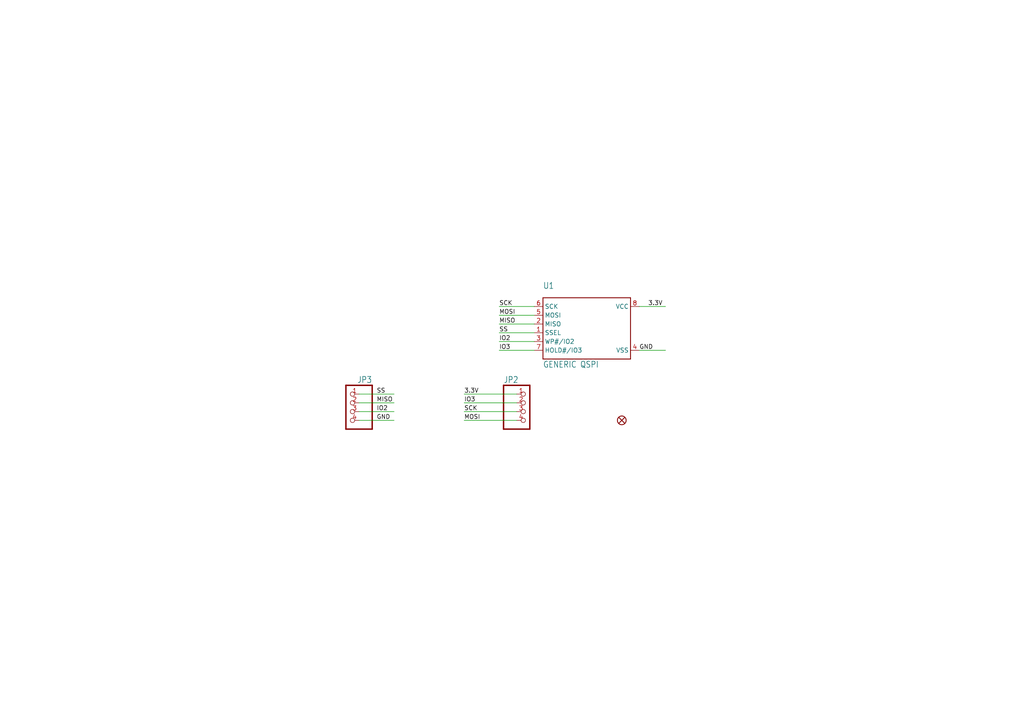
<source format=kicad_sch>
(kicad_sch (version 20230121) (generator eeschema)
  (paper "A4")
  (lib_symbols
    (symbol "working-eagle-import:FIDUCIAL_1MM"
      (symbol "FIDUCIAL_1MM_1_0"
        (polyline (pts (xy -0.762 0.762) (xy 0.762 -0.762)) (stroke (width 0.254)))
        (polyline (pts (xy 0.762 0.762) (xy -0.762 -0.762)) (stroke (width 0.254)))
        (circle (center 0 0) (radius 1.27) (stroke (width 0.254)))
      )
    )
    (symbol "working-eagle-import:HEADER-1X476MIL"
      (property "Reference" "JP" (at -6.35 8.255 0))
      (symbol "HEADER-1X476MIL_1_0"
        (polyline (pts (xy -6.35 -5.08) (xy 1.27 -5.08)) (stroke (width 0.4064)))
        (polyline (pts (xy -6.35 7.62) (xy -6.35 -5.08)) (stroke (width 0.4064)))
        (polyline (pts (xy 1.27 -5.08) (xy 1.27 7.62)) (stroke (width 0.4064)))
        (polyline (pts (xy 1.27 7.62) (xy -6.35 7.62)) (stroke (width 0.4064)))
        (pin passive inverted (at -2.54 5.08 0) (length 2.54) (name "1") (number "1"))
        (pin passive inverted (at -2.54 2.54 0) (length 2.54) (name "2") (number "2"))
        (pin passive inverted (at -2.54 0 0) (length 2.54) (name "3") (number "3"))
        (pin passive inverted (at -2.54 -2.54 0) (length 2.54) (name "4") (number "4"))
      )
    )
    (symbol "working-eagle-import:SPIFLASH_8PIN208MIL"
      (property "Reference" "U" (at -12.7 12.7 0))
      (symbol "SPIFLASH_8PIN208MIL_1_0"
        (polyline (pts (xy -12.7 -7.62) (xy -12.7 10.16)) (stroke (width 0.254)))
        (polyline (pts (xy -12.7 10.16) (xy 12.7 10.16)) (stroke (width 0.254)))
        (polyline (pts (xy 12.7 -7.62) (xy -12.7 -7.62)) (stroke (width 0.254)))
        (polyline (pts (xy 12.7 10.16) (xy 12.7 -7.62)) (stroke (width 0.254)))
        (pin bidirectional line (at -15.24 0 0) (length 2.54) (name "SSEL") (number "1"))
        (pin bidirectional line (at -15.24 2.54 0) (length 2.54) (name "MISO") (number "2"))
        (pin bidirectional line (at -15.24 -2.54 0) (length 2.54) (name "WP#/IO2") (number "3"))
        (pin bidirectional line (at 15.24 -5.08 180) (length 2.54) (name "VSS") (number "4"))
        (pin bidirectional line (at -15.24 5.08 0) (length 2.54) (name "MOSI") (number "5"))
        (pin bidirectional line (at -15.24 7.62 0) (length 2.54) (name "SCK") (number "6"))
        (pin bidirectional line (at -15.24 -5.08 0) (length 2.54) (name "HOLD#/IO3") (number "7"))
        (pin bidirectional line (at 15.24 7.62 180) (length 2.54) (name "VCC") (number "8"))
      )
    )
  )
  (wire (pts (xy 104.14 119.38) (xy 114.3 119.38)) (stroke (width 0.1524)))
  (wire (pts (xy 144.78 91.44) (xy 154.94 91.44)) (stroke (width 0.1524)))
  (wire (pts (xy 185.42 101.6) (xy 193.04 101.6)) (stroke (width 0.1524)))
  (wire (pts (xy 154.94 99.06) (xy 144.78 99.06)) (stroke (width 0.1524)))
  (wire (pts (xy 144.78 101.6) (xy 154.94 101.6)) (stroke (width 0.1524)))
  (wire (pts (xy 134.62 121.92) (xy 149.86 121.92)) (stroke (width 0.1524)))
  (wire (pts (xy 144.78 96.52) (xy 154.94 96.52)) (stroke (width 0.1524)))
  (wire (pts (xy 134.62 119.38) (xy 149.86 119.38)) (stroke (width 0.1524)))
  (wire (pts (xy 134.62 114.3) (xy 149.86 114.3)) (stroke (width 0.1524)))
  (wire (pts (xy 114.3 121.92) (xy 104.14 121.92)) (stroke (width 0.1524)))
  (wire (pts (xy 114.3 116.84) (xy 104.14 116.84)) (stroke (width 0.1524)))
  (wire (pts (xy 154.94 88.9) (xy 144.78 88.9)) (stroke (width 0.1524)))
  (wire (pts (xy 104.14 114.3) (xy 114.3 114.3)) (stroke (width 0.1524)))
  (wire (pts (xy 154.94 93.98) (xy 144.78 93.98)) (stroke (width 0.1524)))
  (wire (pts (xy 134.62 116.84) (xy 149.86 116.84)) (stroke (width 0.1524)))
  (wire (pts (xy 185.42 88.9) (xy 193.04 88.9)) (stroke (width 0.1524)))
  (label "GND" (at 185.42 101.6 0) (effects (font (size 1.2446 1.2446))))
  (label "SCK" (at 134.62 119.38 0) (effects (font (size 1.2446 1.2446))))
  (label "3.3V" (at 187.96 88.9 0) (effects (font (size 1.2446 1.2446))))
  (label "3.3V" (at 134.62 114.3 0) (effects (font (size 1.2446 1.2446))))
  (label "IO2" (at 144.78 99.06 0) (effects (font (size 1.2446 1.2446))))
  (label "GND" (at 109.22 121.92 0) (effects (font (size 1.2446 1.2446))))
  (label "IO3" (at 144.78 101.6 0) (effects (font (size 1.2446 1.2446))))
  (label "MOSI" (at 134.62 121.92 0) (effects (font (size 1.2446 1.2446))))
  (label "MOSI" (at 144.78 91.44 0) (effects (font (size 1.2446 1.2446))))
  (label "MISO" (at 109.22 116.84 0) (effects (font (size 1.2446 1.2446))))
  (label "SS" (at 144.78 96.52 0) (effects (font (size 1.2446 1.2446))))
  (label "IO2" (at 109.22 119.38 0) (effects (font (size 1.2446 1.2446))))
  (label "SCK" (at 144.78 88.9 0) (effects (font (size 1.2446 1.2446))))
  (label "MISO" (at 144.78 93.98 0) (effects (font (size 1.2446 1.2446))))
  (label "SS" (at 109.22 114.3 0) (effects (font (size 1.2446 1.2446))))
  (label "IO3" (at 134.62 116.84 0) (effects (font (size 1.2446 1.2446))))
  (symbol (lib_id "working-eagle-import:HEADER-1X476MIL") (at 152.4 119.38 0) (unit 1)
    (property "Reference" "JP2" (at 146.05 111.125 0) (effects (font (size 1.778 1.5113)) (justify left bottom)))
    (property "Value" "HEADER-1X476MIL" (effects hide))
    (property "Footprint" "working:1X04_ROUND_76" (effects hide))
  )
  (symbol (lib_id "working-eagle-import:HEADER-1X476MIL") (at 101.6 119.38 0) (mirror y) (unit 1)
    (property "Reference" "JP3" (at 107.95 111.125 0) (effects (font (size 1.778 1.5113)) (justify left bottom)))
    (property "Value" "HEADER-1X476MIL" (effects hide))
    (property "Footprint" "working:1X04_ROUND_76" (effects hide))
  )
  (symbol (lib_id "working-eagle-import:FIDUCIAL_1MM") (at 180.34 121.92 0) (unit 1)
    (property "Reference" "FID1" (effects hide))
    (property "Value" "FIDUCIAL_1MM" (effects hide))
    (property "Footprint" "working:FIDUCIAL_1MM" (effects hide))
  )
  (symbol (lib_id "working-eagle-import:SPIFLASH_8PIN208MIL") (at 170.18 96.52 0) (unit 1)
    (property "Reference" "U1" (at 157.48 83.82 0) (effects (font (size 1.778 1.5113)) (justify left bottom)))
    (property "Value" "GENERIC QSPI" (at 157.48 106.68 0) (effects (font (size 1.778 1.5113)) (justify left bottom)))
    (property "Footprint" "working:SOIC8_208MIL" (effects hide))
  )
)
</source>
